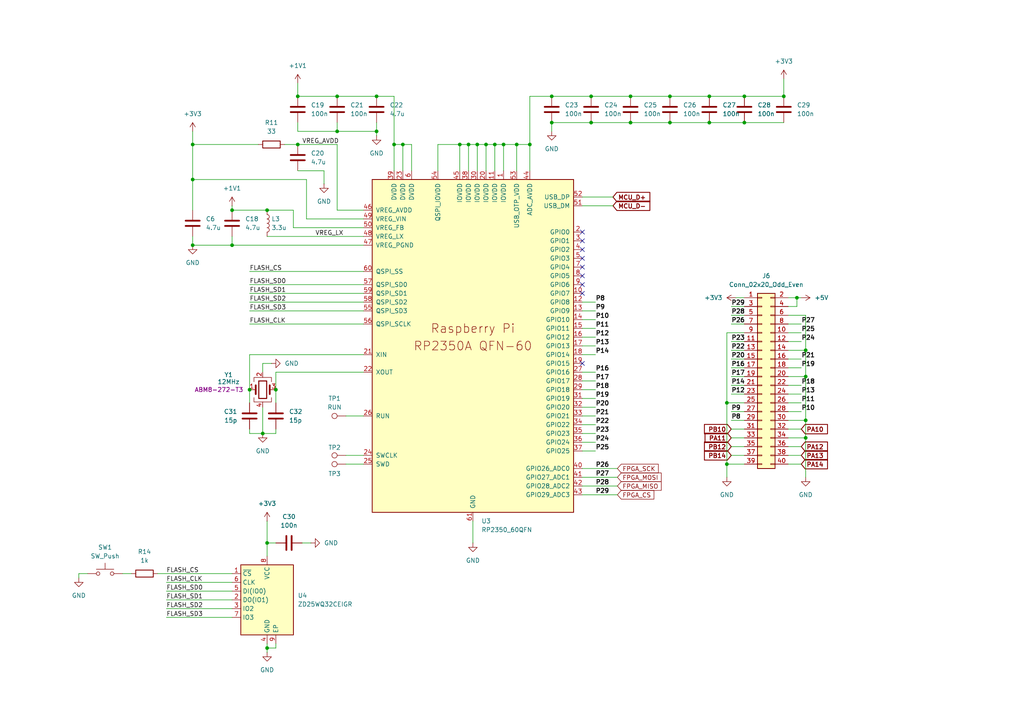
<source format=kicad_sch>
(kicad_sch (version 20250114) (generator "eeschema") (generator_version "9.0")
  (paper "A4")
  (title_block (title "CastleBox NeoPro") (date "2025-05-21") (rev "2.0"))
  (lib_symbols
    (symbol "Connector:TestPoint" (pin_numbers (hide yes)) (pin_names (offset 0.762) (hide yes))
      (property "Reference" "TP" (at 0 6.858 0))
      (property "Value" "TestPoint" (at 0 5.08 0))
      (symbol "TestPoint_0_1"
        (circle (center 0 3.302) (radius 0.762))
      )
      (symbol "TestPoint_1_1"
        (pin passive line (at 0 0 90) (length 2.54) (name "1") (number "1"))
      )
    )
    (symbol "Connector_Generic:Conn_02x20_Odd_Even" (pin_names (offset 1.016) (hide yes))
      (property "Reference" "J" (at 1.27 25.4 0))
      (property "Value" "Conn_02x20_Odd_Even" (at 1.27 -27.94 0))
      (symbol "Conn_02x20_Odd_Even_1_1"
        (rectangle (start -1.27 24.13) (end 3.81 -26.67) (stroke (width 0.254)) (fill (type background)))
        (rectangle (start -1.27 22.987) (end 0 22.733) (stroke (width 0.1524)))
        (rectangle (start -1.27 20.447) (end 0 20.193) (stroke (width 0.1524)))
        (rectangle (start -1.27 17.907) (end 0 17.653) (stroke (width 0.1524)))
        (rectangle (start -1.27 15.367) (end 0 15.113) (stroke (width 0.1524)))
        (rectangle (start -1.27 12.827) (end 0 12.573) (stroke (width 0.1524)))
        (rectangle (start -1.27 10.287) (end 0 10.033) (stroke (width 0.1524)))
        (rectangle (start -1.27 7.747) (end 0 7.493) (stroke (width 0.1524)))
        (rectangle (start -1.27 5.207) (end 0 4.953) (stroke (width 0.1524)))
        (rectangle (start -1.27 2.667) (end 0 2.413) (stroke (width 0.1524)))
        (rectangle (start -1.27 0.127) (end 0 -0.127) (stroke (width 0.1524)))
        (rectangle (start -1.27 -2.413) (end 0 -2.667) (stroke (width 0.1524)))
        (rectangle (start -1.27 -4.953) (end 0 -5.207) (stroke (width 0.1524)))
        (rectangle (start -1.27 -7.493) (end 0 -7.747) (stroke (width 0.1524)))
        (rectangle (start -1.27 -10.033) (end 0 -10.287) (stroke (width 0.1524)))
        (rectangle (start -1.27 -12.573) (end 0 -12.827) (stroke (width 0.1524)))
        (rectangle (start -1.27 -15.113) (end 0 -15.367) (stroke (width 0.1524)))
        (rectangle (start -1.27 -17.653) (end 0 -17.907) (stroke (width 0.1524)))
        (rectangle (start -1.27 -20.193) (end 0 -20.447) (stroke (width 0.1524)))
        (rectangle (start -1.27 -22.733) (end 0 -22.987) (stroke (width 0.1524)))
        (rectangle (start -1.27 -25.273) (end 0 -25.527) (stroke (width 0.1524)))
        (rectangle (start 3.81 22.987) (end 2.54 22.733) (stroke (width 0.1524)))
        (rectangle (start 3.81 20.447) (end 2.54 20.193) (stroke (width 0.1524)))
        (rectangle (start 3.81 17.907) (end 2.54 17.653) (stroke (width 0.1524)))
        (rectangle (start 3.81 15.367) (end 2.54 15.113) (stroke (width 0.1524)))
        (rectangle (start 3.81 12.827) (end 2.54 12.573) (stroke (width 0.1524)))
        (rectangle (start 3.81 10.287) (end 2.54 10.033) (stroke (width 0.1524)))
        (rectangle (start 3.81 7.747) (end 2.54 7.493) (stroke (width 0.1524)))
        (rectangle (start 3.81 5.207) (end 2.54 4.953) (stroke (width 0.1524)))
        (rectangle (start 3.81 2.667) (end 2.54 2.413) (stroke (width 0.1524)))
        (rectangle (start 3.81 0.127) (end 2.54 -0.127) (stroke (width 0.1524)))
        (rectangle (start 3.81 -2.413) (end 2.54 -2.667) (stroke (width 0.1524)))
        (rectangle (start 3.81 -4.953) (end 2.54 -5.207) (stroke (width 0.1524)))
        (rectangle (start 3.81 -7.493) (end 2.54 -7.747) (stroke (width 0.1524)))
        (rectangle (start 3.81 -10.033) (end 2.54 -10.287) (stroke (width 0.1524)))
        (rectangle (start 3.81 -12.573) (end 2.54 -12.827) (stroke (width 0.1524)))
        (rectangle (start 3.81 -15.113) (end 2.54 -15.367) (stroke (width 0.1524)))
        (rectangle (start 3.81 -17.653) (end 2.54 -17.907) (stroke (width 0.1524)))
        (rectangle (start 3.81 -20.193) (end 2.54 -20.447) (stroke (width 0.1524)))
        (rectangle (start 3.81 -22.733) (end 2.54 -22.987) (stroke (width 0.1524)))
        (rectangle (start 3.81 -25.273) (end 2.54 -25.527) (stroke (width 0.1524)))
        (pin passive line (at -5.08 22.86 0) (length 3.81) (name "Pin_1") (number "1"))
        (pin passive line (at -5.08 20.32 0) (length 3.81) (name "Pin_3") (number "3"))
        (pin passive line (at -5.08 17.78 0) (length 3.81) (name "Pin_5") (number "5"))
        (pin passive line (at -5.08 15.24 0) (length 3.81) (name "Pin_7") (number "7"))
        (pin passive line (at -5.08 12.7 0) (length 3.81) (name "Pin_9") (number "9"))
        (pin passive line (at -5.08 10.16 0) (length 3.81) (name "Pin_11") (number "11"))
        (pin passive line (at -5.08 7.62 0) (length 3.81) (name "Pin_13") (number "13"))
        (pin passive line (at -5.08 5.08 0) (length 3.81) (name "Pin_15") (number "15"))
        (pin passive line (at -5.08 2.54 0) (length 3.81) (name "Pin_17") (number "17"))
        (pin passive line (at -5.08 0 0) (length 3.81) (name "Pin_19") (number "19"))
        (pin passive line (at -5.08 -2.54 0) (length 3.81) (name "Pin_21") (number "21"))
        (pin passive line (at -5.08 -5.08 0) (length 3.81) (name "Pin_23") (number "23"))
        (pin passive line (at -5.08 -7.62 0) (length 3.81) (name "Pin_25") (number "25"))
        (pin passive line (at -5.08 -10.16 0) (length 3.81) (name "Pin_27") (number "27"))
        (pin passive line (at -5.08 -12.7 0) (length 3.81) (name "Pin_29") (number "29"))
        (pin passive line (at -5.08 -15.24 0) (length 3.81) (name "Pin_31") (number "31"))
        (pin passive line (at -5.08 -17.78 0) (length 3.81) (name "Pin_33") (number "33"))
        (pin passive line (at -5.08 -20.32 0) (length 3.81) (name "Pin_35") (number "35"))
        (pin passive line (at -5.08 -22.86 0) (length 3.81) (name "Pin_37") (number "37"))
        (pin passive line (at -5.08 -25.4 0) (length 3.81) (name "Pin_39") (number "39"))
        (pin passive line (at 7.62 22.86 180) (length 3.81) (name "Pin_2") (number "2"))
        (pin passive line (at 7.62 20.32 180) (length 3.81) (name "Pin_4") (number "4"))
        (pin passive line (at 7.62 17.78 180) (length 3.81) (name "Pin_6") (number "6"))
        (pin passive line (at 7.62 15.24 180) (length 3.81) (name "Pin_8") (number "8"))
        (pin passive line (at 7.62 12.7 180) (length 3.81) (name "Pin_10") (number "10"))
        (pin passive line (at 7.62 10.16 180) (length 3.81) (name "Pin_12") (number "12"))
        (pin passive line (at 7.62 7.62 180) (length 3.81) (name "Pin_14") (number "14"))
        (pin passive line (at 7.62 5.08 180) (length 3.81) (name "Pin_16") (number "16"))
        (pin passive line (at 7.62 2.54 180) (length 3.81) (name "Pin_18") (number "18"))
        (pin passive line (at 7.62 0 180) (length 3.81) (name "Pin_20") (number "20"))
        (pin passive line (at 7.62 -2.54 180) (length 3.81) (name "Pin_22") (number "22"))
        (pin passive line (at 7.62 -5.08 180) (length 3.81) (name "Pin_24") (number "24"))
        (pin passive line (at 7.62 -7.62 180) (length 3.81) (name "Pin_26") (number "26"))
        (pin passive line (at 7.62 -10.16 180) (length 3.81) (name "Pin_28") (number "28"))
        (pin passive line (at 7.62 -12.7 180) (length 3.81) (name "Pin_30") (number "30"))
        (pin passive line (at 7.62 -15.24 180) (length 3.81) (name "Pin_32") (number "32"))
        (pin passive line (at 7.62 -17.78 180) (length 3.81) (name "Pin_34") (number "34"))
        (pin passive line (at 7.62 -20.32 180) (length 3.81) (name "Pin_36") (number "36"))
        (pin passive line (at 7.62 -22.86 180) (length 3.81) (name "Pin_38") (number "38"))
        (pin passive line (at 7.62 -25.4 180) (length 3.81) (name "Pin_40") (number "40"))
      )
    )
    (symbol "Device:C" (pin_numbers (hide yes)) (pin_names (offset 0.254))
      (property "Reference" "C" (at 0.635 2.54 0))
      (property "Value" "C" (at 0.635 -2.54 0))
      (symbol "C_0_1"
        (polyline (pts (xy -2.032 0.762) (xy 2.032 0.762)) (stroke (width 0.508)))
        (polyline (pts (xy -2.032 -0.762) (xy 2.032 -0.762)) (stroke (width 0.508)))
      )
      (symbol "C_1_1"
        (pin passive line (at 0 3.81 270) (length 2.794) (name "~") (number "1"))
        (pin passive line (at 0 -3.81 90) (length 2.794) (name "~") (number "2"))
      )
    )
    (symbol "Device:Crystal_GND24" (pin_names (offset 1.016) (hide yes))
      (property "Reference" "Y" (at 3.175 5.08 0))
      (property "Value" "Crystal_GND24" (at 3.175 3.175 0))
      (symbol "Crystal_GND24_0_1"
        (polyline (pts (xy -2.54 2.286) (xy -2.54 3.556) (xy 2.54 3.556) (xy 2.54 2.286)))
        (polyline (pts (xy -2.54 0) (xy -2.032 0)))
        (polyline (pts (xy -2.54 -2.286) (xy -2.54 -3.556) (xy 2.54 -3.556) (xy 2.54 -2.286)))
        (polyline (pts (xy -2.032 -1.27) (xy -2.032 1.27)) (stroke (width 0.508)))
        (rectangle (start -1.143 2.54) (end 1.143 -2.54) (stroke (width 0.3048)))
        (polyline (pts (xy 0 3.556) (xy 0 3.81)))
        (polyline (pts (xy 0 -3.81) (xy 0 -3.556)))
        (polyline (pts (xy 2.032 0) (xy 2.54 0)))
        (polyline (pts (xy 2.032 -1.27) (xy 2.032 1.27)) (stroke (width 0.508)))
      )
      (symbol "Crystal_GND24_1_1"
        (pin passive line (at -3.81 0 0) (length 1.27) (name "1") (number "1"))
        (pin passive line (at 0 5.08 270) (length 1.27) (name "2") (number "2"))
        (pin passive line (at 0 -5.08 90) (length 1.27) (name "4") (number "4"))
        (pin passive line (at 3.81 0 180) (length 1.27) (name "3") (number "3"))
      )
    )
    (symbol "Device:L" (pin_numbers (hide yes)) (pin_names (offset 1.016) (hide yes))
      (property "Reference" "L" (at -1.27 0 90))
      (property "Value" "L" (at 1.905 0 90))
      (symbol "L_0_1"
        (arc (start 0 2.54) (mid 0.6323 1.905) (end 0 1.27))
        (arc (start 0 1.27) (mid 0.6323 0.635) (end 0 0))
        (arc (start 0 0) (mid 0.6323 -0.635) (end 0 -1.27))
        (arc (start 0 -1.27) (mid 0.6323 -1.905) (end 0 -2.54))
      )
      (symbol "L_1_1"
        (pin passive line (at 0 3.81 270) (length 1.27) (name "1") (number "1"))
        (pin passive line (at 0 -3.81 90) (length 1.27) (name "2") (number "2"))
      )
    )
    (symbol "Device:R" (pin_numbers (hide yes)) (pin_names (offset 0))
      (property "Reference" "R" (at 2.032 0 90))
      (property "Value" "R" (at 0 0 90))
      (symbol "R_0_1"
        (rectangle (start -1.016 -2.54) (end 1.016 2.54) (stroke (width 0.254)))
      )
      (symbol "R_1_1"
        (pin passive line (at 0 3.81 270) (length 1.27) (name "~") (number "1"))
        (pin passive line (at 0 -3.81 90) (length 1.27) (name "~") (number "2"))
      )
    )
    (symbol "MCU_RaspberryPi_RP2350:RP2350_60QFN" (pin_names (offset 1.016))
      (property "Reference" "U" (at -29.21 49.53 0))
      (property "Value" "RP2350_60QFN" (at 24.13 -49.53 0))
      (symbol "RP2350_60QFN_0_0"
        (text "Raspberry Pi" (at 0 5.08 0) (effects (font (size 2.54 2.54))))
      )
      (symbol "RP2350_60QFN_0_1"
        (rectangle (start 29.21 48.26) (end -29.21 -48.26) (stroke (width 0.254)) (fill (type background)))
      )
      (symbol "RP2350_60QFN_1_0"
        (text "RP2350A QFN-60" (at 0 0 0) (effects (font (size 2.54 2.54))))
      )
      (symbol "RP2350_60QFN_1_1"
        (pin power_in line (at -31.75 39.37 0) (length 2.54) (name "VREG_AVDD") (number "46"))
        (pin power_in line (at -31.75 36.83 0) (length 2.54) (name "VREG_VIN") (number "49"))
        (pin input line (at -31.75 34.29 0) (length 2.54) (name "VREG_FB") (number "50"))
        (pin power_out line (at -31.75 31.75 0) (length 2.54) (name "VREG_LX") (number "48"))
        (pin power_in line (at -31.75 29.21 0) (length 2.54) (name "VREG_PGND") (number "47"))
        (pin bidirectional line (at -31.75 21.59 0) (length 2.54) (name "QSPI_SS") (number "60"))
        (pin bidirectional line (at -31.75 17.78 0) (length 2.54) (name "QSPI_SD0") (number "57"))
        (pin bidirectional line (at -31.75 15.24 0) (length 2.54) (name "QSPI_SD1") (number "59"))
        (pin bidirectional line (at -31.75 12.7 0) (length 2.54) (name "QSPI_SD2") (number "58"))
        (pin bidirectional line (at -31.75 10.16 0) (length 2.54) (name "QSPI_SD3") (number "55"))
        (pin output line (at -31.75 6.35 0) (length 2.54) (name "QSPI_SCLK") (number "56"))
        (pin input line (at -31.75 -2.54 0) (length 2.54) (name "XIN") (number "21"))
        (pin passive line (at -31.75 -7.62 0) (length 2.54) (name "XOUT") (number "22"))
        (pin input line (at -31.75 -20.32 0) (length 2.54) (name "RUN") (number "26"))
        (pin output line (at -31.75 -31.75 0) (length 2.54) (name "SWCLK") (number "24"))
        (pin bidirectional line (at -31.75 -34.29 0) (length 2.54) (name "SWD") (number "25"))
        (pin power_in line (at -22.86 50.8 270) (length 2.54) (name "DVDD") (number "39"))
        (pin power_in line (at -20.32 50.8 270) (length 2.54) (name "DVDD") (number "23"))
        (pin power_in line (at -17.78 50.8 270) (length 2.54) (name "DVDD") (number "6"))
        (pin power_in line (at -10.16 50.8 270) (length 2.54) (name "QSPI_IOVDD") (number "54"))
        (pin power_in line (at -3.81 50.8 270) (length 2.54) (name "IOVDD") (number "45"))
        (pin power_in line (at -1.27 50.8 270) (length 2.54) (name "IOVDD") (number "38"))
        (pin power_in line (at 0 -50.8 90) (length 2.54) (name "GND") (number "61"))
        (pin power_in line (at 1.27 50.8 270) (length 2.54) (name "IOVDD") (number "30"))
        (pin power_in line (at 3.81 50.8 270) (length 2.54) (name "IOVDD") (number "20"))
        (pin power_in line (at 6.35 50.8 270) (length 2.54) (name "IOVDD") (number "11"))
        (pin power_in line (at 8.89 50.8 270) (length 2.54) (name "IOVDD") (number "1"))
        (pin power_in line (at 12.7 50.8 270) (length 2.54) (name "USB_OTP_VDD") (number "53"))
        (pin power_in line (at 16.51 50.8 270) (length 2.54) (name "ADC_AVDD") (number "44"))
        (pin bidirectional line (at 31.75 43.18 180) (length 2.54) (name "USB_DP") (number "52"))
        (pin bidirectional line (at 31.75 40.64 180) (length 2.54) (name "USB_DM") (number "51"))
        (pin bidirectional line (at 31.75 33.02 180) (length 2.54) (name "GPIO0") (number "2"))
        (pin bidirectional line (at 31.75 30.48 180) (length 2.54) (name "GPIO1") (number "3"))
        (pin bidirectional line (at 31.75 27.94 180) (length 2.54) (name "GPIO2") (number "4"))
        (pin bidirectional line (at 31.75 25.4 180) (length 2.54) (name "GPIO3") (number "5"))
        (pin bidirectional line (at 31.75 22.86 180) (length 2.54) (name "GPIO4") (number "7"))
        (pin bidirectional line (at 31.75 20.32 180) (length 2.54) (name "GPIO5") (number "8"))
        (pin bidirectional line (at 31.75 17.78 180) (length 2.54) (name "GPIO6") (number "9"))
        (pin bidirectional line (at 31.75 15.24 180) (length 2.54) (name "GPIO7") (number "10"))
        (pin bidirectional line (at 31.75 12.7 180) (length 2.54) (name "GPIO8") (number "12"))
        (pin bidirectional line (at 31.75 10.16 180) (length 2.54) (name "GPIO9") (number "13"))
        (pin bidirectional line (at 31.75 7.62 180) (length 2.54) (name "GPIO10") (number "14"))
        (pin bidirectional line (at 31.75 5.08 180) (length 2.54) (name "GPIO11") (number "15"))
        (pin bidirectional line (at 31.75 2.54 180) (length 2.54) (name "GPIO12") (number "16"))
        (pin bidirectional line (at 31.75 0 180) (length 2.54) (name "GPIO13") (number "17"))
        (pin bidirectional line (at 31.75 -2.54 180) (length 2.54) (name "GPIO14") (number "18"))
        (pin bidirectional line (at 31.75 -5.08 180) (length 2.54) (name "GPIO15") (number "19"))
        (pin bidirectional line (at 31.75 -7.62 180) (length 2.54) (name "GPIO16") (number "27"))
        (pin bidirectional line (at 31.75 -10.16 180) (length 2.54) (name "GPIO17") (number "28"))
        (pin bidirectional line (at 31.75 -12.7 180) (length 2.54) (name "GPIO18") (number "29"))
        (pin bidirectional line (at 31.75 -15.24 180) (length 2.54) (name "GPIO19") (number "31"))
        (pin bidirectional line (at 31.75 -17.78 180) (length 2.54) (name "GPIO20") (number "32"))
        (pin bidirectional line (at 31.75 -20.32 180) (length 2.54) (name "GPIO21") (number "33"))
        (pin bidirectional line (at 31.75 -22.86 180) (length 2.54) (name "GPIO22") (number "34"))
        (pin bidirectional line (at 31.75 -25.4 180) (length 2.54) (name "GPIO23") (number "35"))
        (pin bidirectional line (at 31.75 -27.94 180) (length 2.54) (name "GPIO24") (number "36"))
        (pin bidirectional line (at 31.75 -30.48 180) (length 2.54) (name "GPIO25") (number "37"))
        (pin bidirectional line (at 31.75 -35.56 180) (length 2.54) (name "GPIO26_ADC0") (number "40"))
        (pin bidirectional line (at 31.75 -38.1 180) (length 2.54) (name "GPIO27_ADC1") (number "41"))
        (pin bidirectional line (at 31.75 -40.64 180) (length 2.54) (name "GPIO28_ADC2") (number "42"))
        (pin bidirectional line (at 31.75 -43.18 180) (length 2.54) (name "GPIO29_ADC3") (number "43"))
      )
    )
    (symbol "Memory_Flash:W25Q32JVZP"
      (property "Reference" "U" (at -6.35 11.43 0))
      (property "Value" "W25Q32JVZP" (at 7.62 11.43 0))
      (symbol "W25Q32JVZP_0_1"
        (rectangle (start -7.62 10.16) (end 7.62 -10.16) (stroke (width 0.254)) (fill (type background)))
      )
      (symbol "W25Q32JVZP_1_1"
        (pin input line (at -10.16 7.62 0) (length 2.54) (name "~{CS}") (number "1"))
        (pin input line (at -10.16 5.08 0) (length 2.54) (name "CLK") (number "6"))
        (pin bidirectional line (at -10.16 2.54 0) (length 2.54) (name "DI(IO0)") (number "5"))
        (pin bidirectional line (at -10.16 0 0) (length 2.54) (name "DO(IO1)") (number "2"))
        (pin bidirectional line (at -10.16 -2.54 0) (length 2.54) (name "IO2") (number "3"))
        (pin bidirectional line (at -10.16 -5.08 0) (length 2.54) (name "IO3") (number "7"))
        (pin power_in line (at 0 12.7 270) (length 2.54) (name "VCC") (number "8"))
        (pin power_in line (at 0 -12.7 90) (length 2.54) (name "GND") (number "4"))
        (pin passive line (at 2.54 -12.7 90) (length 2.54) (name "EP") (number "9"))
      )
    )
    (symbol "Switch:SW_Push" (pin_numbers (hide yes)) (pin_names (offset 1.016) (hide yes))
      (property "Reference" "SW" (at 1.27 2.54 0))
      (property "Value" "SW_Push" (at 0 -1.524 0))
      (symbol "SW_Push_0_1"
        (circle (center -2.032 0) (radius 0.508))
        (polyline (pts (xy 0 1.27) (xy 0 3.048)))
        (circle (center 2.032 0) (radius 0.508))
        (polyline (pts (xy 2.54 1.27) (xy -2.54 1.27)))
        (pin passive line (at -5.08 0 0) (length 2.54) (name "1") (number "1"))
        (pin passive line (at 5.08 0 180) (length 2.54) (name "2") (number "2"))
      )
    )
    (symbol "power:+1V1" (power) (pin_numbers (hide yes)) (pin_names (offset 0) (hide yes))
      (property "Value" "+1V1" (at 0 3.556 0))
      (symbol "+1V1_0_1"
        (polyline (pts (xy -0.762 1.27) (xy 0 2.54)))
        (polyline (pts (xy 0 2.54) (xy 0.762 1.27)))
        (polyline (pts (xy 0 0) (xy 0 2.54)))
      )
      (symbol "+1V1_1_1"
        (pin power_in line (at 0 0 90) (length 0) (name "~") (number "1"))
      )
    )
    (symbol "power:+3V3" (power) (pin_numbers (hide yes)) (pin_names (offset 0) (hide yes))
      (property "Value" "+3V3" (at 0 3.556 0))
      (symbol "+3V3_0_1"
        (polyline (pts (xy -0.762 1.27) (xy 0 2.54)))
        (polyline (pts (xy 0 2.54) (xy 0.762 1.27)))
        (polyline (pts (xy 0 0) (xy 0 2.54)))
      )
      (symbol "+3V3_1_1"
        (pin power_in line (at 0 0 90) (length 0) (name "~") (number "1"))
      )
    )
    (symbol "power:+5V" (power) (pin_numbers (hide yes)) (pin_names (offset 0) (hide yes))
      (property "Value" "+5V" (at 0 3.556 0))
      (symbol "+5V_0_1"
        (polyline (pts (xy -0.762 1.27) (xy 0 2.54)))
        (polyline (pts (xy 0 2.54) (xy 0.762 1.27)))
        (polyline (pts (xy 0 0) (xy 0 2.54)))
      )
      (symbol "+5V_1_1"
        (pin power_in line (at 0 0 90) (length 0) (name "~") (number "1"))
      )
    )
    (symbol "power:GND" (power) (pin_numbers (hide yes)) (pin_names (offset 0) (hide yes))
      (property "Value" "GND" (at 0 -3.81 0))
      (symbol "GND_0_1"
        (polyline (pts (xy 0 0) (xy 0 -1.27) (xy 1.27 -1.27) (xy 0 -2.54) (xy -1.27 -1.27) (xy 0 -1.27)))
      )
      (symbol "GND_1_1"
        (pin power_in line (at 0 0 270) (length 0) (name "~") (number "1"))
      )
    )
  )
  (junction (at 138.43 41.91))
  (junction (at 86.36 41.91))
  (junction (at 67.31 60.96))
  (junction (at 140.97 41.91))
  (junction (at 109.22 38.1))
  (junction (at 210.82 134.62))
  (junction (at 233.68 109.22))
  (junction (at 55.88 71.12))
  (junction (at 149.86 41.91))
  (junction (at 80.01 113.03))
  (junction (at 77.47 157.48))
  (junction (at 182.88 27.94))
  (junction (at 215.9 35.56))
  (junction (at 227.33 27.94))
  (junction (at 182.88 35.56))
  (junction (at 97.79 27.94))
  (junction (at 194.31 35.56))
  (junction (at 55.88 52.07))
  (junction (at 77.47 187.96))
  (junction (at 146.05 41.91))
  (junction (at 205.74 35.56))
  (junction (at 67.31 71.12))
  (junction (at 97.79 38.1))
  (junction (at 86.36 27.94))
  (junction (at 160.02 27.94))
  (junction (at 135.89 41.91))
  (junction (at 171.45 27.94))
  (junction (at 171.45 35.56))
  (junction (at 194.31 27.94))
  (junction (at 233.68 127))
  (junction (at 143.51 41.91))
  (junction (at 72.39 113.03))
  (junction (at 133.35 41.91))
  (junction (at 153.67 41.91))
  (junction (at 233.68 121.92))
  (junction (at 77.47 60.96))
  (junction (at 55.88 41.91))
  (junction (at 231.14 86.36))
  (junction (at 76.2 125.73))
  (junction (at 116.84 41.91))
  (junction (at 205.74 27.94))
  (junction (at 114.3 41.91))
  (junction (at 210.82 116.84))
  (junction (at 109.22 27.94))
  (junction (at 233.68 101.6))
  (junction (at 160.02 35.56))
  (junction (at 215.9 27.94))
  (no_connect (at 168.91 74.93))
  (no_connect (at 168.91 67.31))
  (no_connect (at 168.91 82.55))
  (no_connect (at 168.91 85.09))
  (no_connect (at 168.91 80.01))
  (no_connect (at 168.91 72.39))
  (no_connect (at 168.91 69.85))
  (no_connect (at 168.91 77.47))
  (no_connect (at 168.91 105.41))
  (wire (pts (xy 86.36 24.13) (xy 86.36 27.94)))
  (wire (pts (xy 127 41.91) (xy 133.35 41.91)))
  (wire (pts (xy 100.33 134.62) (xy 105.41 134.62)))
  (wire (pts (xy 205.74 35.56) (xy 215.9 35.56)))
  (wire (pts (xy 97.79 41.91) (xy 86.36 41.91)))
  (wire (pts (xy 48.26 171.45) (xy 67.31 171.45)))
  (wire (pts (xy 88.9 52.07) (xy 88.9 63.5)))
  (wire (pts (xy 72.39 87.63) (xy 105.41 87.63)))
  (wire (pts (xy 119.38 41.91) (xy 116.84 41.91)))
  (wire (pts (xy 212.09 119.38) (xy 215.9 119.38)))
  (wire (pts (xy 135.89 41.91) (xy 138.43 41.91)))
  (wire (pts (xy 146.05 41.91) (xy 146.05 49.53)))
  (wire (pts (xy 171.45 27.94) (xy 160.02 27.94)))
  (wire (pts (xy 172.72 115.57) (xy 168.91 115.57)))
  (wire (pts (xy 55.88 41.91) (xy 55.88 52.07)))
  (wire (pts (xy 212.09 124.46) (xy 215.9 124.46)))
  (wire (pts (xy 76.2 118.11) (xy 76.2 125.73)))
  (wire (pts (xy 143.51 41.91) (xy 146.05 41.91)))
  (wire (pts (xy 228.6 121.92) (xy 233.68 121.92)))
  (wire (pts (xy 85.09 60.96) (xy 85.09 66.04)))
  (wire (pts (xy 97.79 60.96) (xy 97.79 41.91)))
  (wire (pts (xy 233.68 91.44) (xy 233.68 101.6)))
  (wire (pts (xy 105.41 60.96) (xy 97.79 60.96)))
  (wire (pts (xy 140.97 41.91) (xy 143.51 41.91)))
  (wire (pts (xy 93.98 53.34) (xy 93.98 49.53)))
  (wire (pts (xy 233.68 109.22) (xy 233.68 121.92)))
  (wire (pts (xy 48.26 173.99) (xy 67.31 173.99)))
  (wire (pts (xy 172.72 92.71) (xy 168.91 92.71)))
  (wire (pts (xy 227.33 27.94) (xy 215.9 27.94)))
  (wire (pts (xy 55.88 71.12) (xy 55.88 68.58)))
  (wire (pts (xy 153.67 41.91) (xy 153.67 49.53)))
  (wire (pts (xy 212.09 104.14) (xy 215.9 104.14)))
  (wire (pts (xy 171.45 35.56) (xy 182.88 35.56)))
  (wire (pts (xy 67.31 71.12) (xy 55.88 71.12)))
  (wire (pts (xy 212.09 99.06) (xy 215.9 99.06)))
  (wire (pts (xy 212.09 93.98) (xy 215.9 93.98)))
  (wire (pts (xy 80.01 186.69) (xy 80.01 187.96)))
  (wire (pts (xy 210.82 116.84) (xy 210.82 96.52)))
  (wire (pts (xy 210.82 96.52) (xy 215.9 96.52)))
  (wire (pts (xy 212.09 88.9) (xy 215.9 88.9)))
  (wire (pts (xy 172.72 97.79) (xy 168.91 97.79)))
  (wire (pts (xy 212.09 91.44) (xy 215.9 91.44)))
  (wire (pts (xy 172.72 125.73) (xy 168.91 125.73)))
  (wire (pts (xy 55.88 52.07) (xy 88.9 52.07)))
  (wire (pts (xy 205.74 27.94) (xy 194.31 27.94)))
  (wire (pts (xy 48.26 168.91) (xy 67.31 168.91)))
  (wire (pts (xy 80.01 125.73) (xy 76.2 125.73)))
  (wire (pts (xy 138.43 41.91) (xy 138.43 49.53)))
  (wire (pts (xy 228.6 124.46) (xy 232.41 124.46)))
  (wire (pts (xy 228.6 101.6) (xy 233.68 101.6)))
  (wire (pts (xy 114.3 41.91) (xy 114.3 27.94)))
  (wire (pts (xy 228.6 91.44) (xy 233.68 91.44)))
  (wire (pts (xy 210.82 138.43) (xy 210.82 134.62)))
  (wire (pts (xy 212.09 109.22) (xy 215.9 109.22)))
  (wire (pts (xy 114.3 27.94) (xy 109.22 27.94)))
  (wire (pts (xy 25.4 166.37) (xy 22.86 166.37)))
  (wire (pts (xy 100.33 132.08) (xy 105.41 132.08)))
  (wire (pts (xy 212.09 111.76) (xy 215.9 111.76)))
  (wire (pts (xy 67.31 68.58) (xy 67.31 71.12)))
  (wire (pts (xy 82.55 41.91) (xy 86.36 41.91)))
  (wire (pts (xy 133.35 41.91) (xy 135.89 41.91)))
  (wire (pts (xy 212.09 129.54) (xy 215.9 129.54)))
  (wire (pts (xy 109.22 27.94) (xy 97.79 27.94)))
  (wire (pts (xy 97.79 38.1) (xy 109.22 38.1)))
  (wire (pts (xy 231.14 88.9) (xy 231.14 86.36)))
  (wire (pts (xy 233.68 127) (xy 233.68 138.43)))
  (wire (pts (xy 212.09 121.92) (xy 215.9 121.92)))
  (wire (pts (xy 72.39 113.03) (xy 72.39 116.84)))
  (wire (pts (xy 45.72 166.37) (xy 67.31 166.37)))
  (wire (pts (xy 210.82 116.84) (xy 215.9 116.84)))
  (wire (pts (xy 135.89 41.91) (xy 135.89 49.53)))
  (wire (pts (xy 182.88 27.94) (xy 171.45 27.94)))
  (wire (pts (xy 72.39 125.73) (xy 76.2 125.73)))
  (wire (pts (xy 160.02 27.94) (xy 153.67 27.94)))
  (wire (pts (xy 215.9 35.56) (xy 227.33 35.56)))
  (wire (pts (xy 228.6 127) (xy 233.68 127)))
  (wire (pts (xy 146.05 41.91) (xy 149.86 41.91)))
  (wire (pts (xy 116.84 49.53) (xy 116.84 41.91)))
  (wire (pts (xy 72.39 78.74) (xy 105.41 78.74)))
  (wire (pts (xy 119.38 49.53) (xy 119.38 41.91)))
  (wire (pts (xy 172.72 118.11) (xy 168.91 118.11)))
  (wire (pts (xy 215.9 27.94) (xy 205.74 27.94)))
  (wire (pts (xy 168.91 140.97) (xy 179.07 140.97)))
  (wire (pts (xy 48.26 176.53) (xy 67.31 176.53)))
  (wire (pts (xy 228.6 86.36) (xy 231.14 86.36)))
  (wire (pts (xy 105.41 63.5) (xy 88.9 63.5)))
  (wire (pts (xy 182.88 35.56) (xy 194.31 35.56)))
  (wire (pts (xy 172.72 90.17) (xy 168.91 90.17)))
  (wire (pts (xy 233.68 121.92) (xy 233.68 127)))
  (wire (pts (xy 228.6 99.06) (xy 232.41 99.06)))
  (wire (pts (xy 80.01 124.46) (xy 80.01 125.73)))
  (wire (pts (xy 168.91 59.69) (xy 177.8 59.69)))
  (wire (pts (xy 228.6 132.08) (xy 232.41 132.08)))
  (wire (pts (xy 172.72 107.95) (xy 168.91 107.95)))
  (wire (pts (xy 72.39 93.98) (xy 105.41 93.98)))
  (wire (pts (xy 22.86 166.37) (xy 22.86 167.64)))
  (wire (pts (xy 133.35 41.91) (xy 133.35 49.53)))
  (wire (pts (xy 172.72 102.87) (xy 168.91 102.87)))
  (wire (pts (xy 77.47 60.96) (xy 85.09 60.96)))
  (wire (pts (xy 228.6 111.76) (xy 232.41 111.76)))
  (wire (pts (xy 140.97 41.91) (xy 140.97 49.53)))
  (wire (pts (xy 48.26 179.07) (xy 67.31 179.07)))
  (wire (pts (xy 168.91 57.15) (xy 177.8 57.15)))
  (wire (pts (xy 105.41 107.95) (xy 80.01 107.95)))
  (wire (pts (xy 210.82 134.62) (xy 215.9 134.62)))
  (wire (pts (xy 143.51 41.91) (xy 143.51 49.53)))
  (wire (pts (xy 212.09 101.6) (xy 215.9 101.6)))
  (wire (pts (xy 77.47 68.58) (xy 105.41 68.58)))
  (wire (pts (xy 168.91 135.89) (xy 179.07 135.89)))
  (wire (pts (xy 77.47 151.13) (xy 77.47 157.48)))
  (wire (pts (xy 97.79 35.56) (xy 97.79 38.1)))
  (wire (pts (xy 137.16 151.13) (xy 137.16 157.48)))
  (wire (pts (xy 55.88 52.07) (xy 55.88 60.96)))
  (wire (pts (xy 172.72 130.81) (xy 168.91 130.81)))
  (wire (pts (xy 109.22 38.1) (xy 109.22 39.37)))
  (wire (pts (xy 138.43 41.91) (xy 140.97 41.91)))
  (wire (pts (xy 55.88 41.91) (xy 55.88 38.1)))
  (wire (pts (xy 105.41 102.87) (xy 72.39 102.87)))
  (wire (pts (xy 72.39 90.17) (xy 105.41 90.17)))
  (wire (pts (xy 168.91 138.43) (xy 179.07 138.43)))
  (wire (pts (xy 72.39 85.09) (xy 105.41 85.09)))
  (wire (pts (xy 228.6 106.68) (xy 232.41 106.68)))
  (wire (pts (xy 168.91 143.51) (xy 179.07 143.51)))
  (wire (pts (xy 74.93 41.91) (xy 55.88 41.91)))
  (wire (pts (xy 77.47 186.69) (xy 77.47 187.96)))
  (wire (pts (xy 228.6 114.3) (xy 232.41 114.3)))
  (wire (pts (xy 228.6 96.52) (xy 232.41 96.52)))
  (wire (pts (xy 93.98 49.53) (xy 86.36 49.53)))
  (wire (pts (xy 213.36 86.36) (xy 215.9 86.36)))
  (wire (pts (xy 228.6 116.84) (xy 232.41 116.84)))
  (wire (pts (xy 160.02 35.56) (xy 171.45 35.56)))
  (wire (pts (xy 172.72 95.25) (xy 168.91 95.25)))
  (wire (pts (xy 172.72 100.33) (xy 168.91 100.33)))
  (wire (pts (xy 67.31 60.96) (xy 77.47 60.96)))
  (wire (pts (xy 212.09 106.68) (xy 215.9 106.68)))
  (wire (pts (xy 105.41 71.12) (xy 67.31 71.12)))
  (wire (pts (xy 228.6 119.38) (xy 232.41 119.38)))
  (wire (pts (xy 87.63 157.48) (xy 90.17 157.48)))
  (wire (pts (xy 80.01 107.95) (xy 80.01 113.03)))
  (wire (pts (xy 212.09 132.08) (xy 215.9 132.08)))
  (wire (pts (xy 231.14 86.36) (xy 232.41 86.36)))
  (wire (pts (xy 109.22 35.56) (xy 109.22 38.1)))
  (wire (pts (xy 172.72 87.63) (xy 168.91 87.63)))
  (wire (pts (xy 72.39 102.87) (xy 72.39 113.03)))
  (wire (pts (xy 80.01 187.96) (xy 77.47 187.96)))
  (wire (pts (xy 194.31 35.56) (xy 205.74 35.56)))
  (wire (pts (xy 149.86 41.91) (xy 153.67 41.91)))
  (wire (pts (xy 86.36 35.56) (xy 86.36 38.1)))
  (wire (pts (xy 212.09 114.3) (xy 215.9 114.3)))
  (wire (pts (xy 172.72 113.03) (xy 168.91 113.03)))
  (wire (pts (xy 77.47 187.96) (xy 77.47 189.23)))
  (wire (pts (xy 67.31 59.69) (xy 67.31 60.96)))
  (wire (pts (xy 172.72 128.27) (xy 168.91 128.27)))
  (wire (pts (xy 227.33 22.86) (xy 227.33 27.94)))
  (wire (pts (xy 100.33 120.65) (xy 105.41 120.65)))
  (wire (pts (xy 77.47 157.48) (xy 77.47 161.29)))
  (wire (pts (xy 97.79 27.94) (xy 86.36 27.94)))
  (wire (pts (xy 72.39 82.55) (xy 105.41 82.55)))
  (wire (pts (xy 127 49.53) (xy 127 41.91)))
  (wire (pts (xy 86.36 38.1) (xy 97.79 38.1)))
  (wire (pts (xy 35.56 166.37) (xy 38.1 166.37)))
  (wire (pts (xy 172.72 120.65) (xy 168.91 120.65)))
  (wire (pts (xy 172.72 123.19) (xy 168.91 123.19)))
  (wire (pts (xy 228.6 93.98) (xy 232.41 93.98)))
  (wire (pts (xy 210.82 134.62) (xy 210.82 116.84)))
  (wire (pts (xy 228.6 88.9) (xy 231.14 88.9)))
  (wire (pts (xy 72.39 124.46) (xy 72.39 125.73)))
  (wire (pts (xy 160.02 35.56) (xy 160.02 38.1)))
  (wire (pts (xy 80.01 113.03) (xy 80.01 116.84)))
  (wire (pts (xy 80.01 157.48) (xy 77.47 157.48)))
  (wire (pts (xy 78.74 105.41) (xy 76.2 105.41)))
  (wire (pts (xy 228.6 104.14) (xy 232.41 104.14)))
  (wire (pts (xy 228.6 129.54) (xy 232.41 129.54)))
  (wire (pts (xy 172.72 110.49) (xy 168.91 110.49)))
  (wire (pts (xy 228.6 134.62) (xy 232.41 134.62)))
  (wire (pts (xy 76.2 105.41) (xy 76.2 107.95)))
  (wire (pts (xy 228.6 109.22) (xy 233.68 109.22)))
  (wire (pts (xy 149.86 41.91) (xy 149.86 49.53)))
  (wire (pts (xy 114.3 49.53) (xy 114.3 41.91)))
  (wire (pts (xy 85.09 66.04) (xy 105.41 66.04)))
  (wire (pts (xy 212.09 127) (xy 215.9 127)))
  (wire (pts (xy 233.68 101.6) (xy 233.68 109.22)))
  (wire (pts (xy 116.84 41.91) (xy 114.3 41.91)))
  (wire (pts (xy 194.31 27.94) (xy 182.88 27.94)))
  (wire (pts (xy 153.67 27.94) (xy 153.67 41.91)))
  (label "FLASH_SD1" (at 72.39 85.09 0))
  (label "FLASH_SD1" (at 48.26 173.99 0))
  (label "P9" (at 172.72 90.17 0) (effects (font (thickness 0.254) (bold yes))))
  (label "P8" (at 212.09 121.92 0) (effects (font (thickness 0.254) (bold yes))))
  (label "P22" (at 172.72 123.19 0) (effects (font (thickness 0.254) (bold yes))))
  (label "P12" (at 212.09 114.3 0) (effects (font (thickness 0.254) (bold yes))))
  (label "P11" (at 172.72 95.25 0) (effects (font (thickness 0.254) (bold yes))))
  (label "P25" (at 232.41 96.52 0) (effects (font (thickness 0.254) (bold yes))))
  (label "FLASH_CLK" (at 72.39 93.98 0))
  (label "P27" (at 232.41 93.98 0) (effects (font (thickness 0.254) (bold yes))))
  (label "P23" (at 172.72 125.73 0) (effects (font (thickness 0.254) (bold yes))))
  (label "P24" (at 232.41 99.06 0) (effects (font (thickness 0.254) (bold yes))))
  (label "P14" (at 212.09 111.76 0) (effects (font (thickness 0.254) (bold yes))))
  (label "P11" (at 232.41 116.84 0) (effects (font (thickness 0.254) (bold yes))))
  (label "P29" (at 172.72 143.51 0) (effects (font (thickness 0.254) (bold yes))))
  (label "FLASH_CS" (at 72.39 78.74 0))
  (label "P20" (at 212.09 104.14 0) (effects (font (thickness 0.254) (bold yes))))
  (label "P8" (at 172.72 87.63 0) (effects (font (thickness 0.254) (bold yes))))
  (label "P22" (at 212.09 101.6 0) (effects (font (thickness 0.254) (bold yes))))
  (label "P18" (at 232.41 111.76 0) (effects (font (thickness 0.254) (bold yes))))
  (label "P9" (at 212.09 119.38 0) (effects (font (thickness 0.254) (bold yes))))
  (label "P14" (at 172.72 102.87 0) (effects (font (thickness 0.254) (bold yes))))
  (label "P24" (at 172.72 128.27 0) (effects (font (thickness 0.254) (bold yes))))
  (label "P28" (at 212.09 91.44 0) (effects (font (thickness 0.254) (bold yes))))
  (label "VREG_LX" (at 91.44 68.58 0))
  (label "P12" (at 172.72 97.79 0) (effects (font (thickness 0.254) (bold yes))))
  (label "P18" (at 172.72 113.03 0) (effects (font (thickness 0.254) (bold yes))))
  (label "P27" (at 172.72 138.43 0) (effects (font (thickness 0.254) (bold yes))))
  (label "FLASH_SD0" (at 48.26 171.45 0))
  (label "FLASH_SD2" (at 48.26 176.53 0))
  (label "P10" (at 232.41 119.38 0) (effects (font (thickness 0.254) (bold yes))))
  (label "P17" (at 172.72 110.49 0) (effects (font (thickness 0.254) (bold yes))))
  (label "P26" (at 212.09 93.98 0) (effects (font (thickness 0.254) (bold yes))))
  (label "P29" (at 212.09 88.9 0) (effects (font (thickness 0.254) (bold yes))))
  (label "P13" (at 232.41 114.3 0) (effects (font (thickness 0.254) (bold yes))))
  (label "FLASH_CLK" (at 48.26 168.91 0))
  (label "P21" (at 232.41 104.14 0) (effects (font (thickness 0.254) (bold yes))))
  (label "P28" (at 172.72 140.97 0) (effects (font (thickness 0.254) (bold yes))))
  (label "FLASH_SD2" (at 72.39 87.63 0))
  (label "P23" (at 212.09 99.06 0) (effects (font (thickness 0.254) (bold yes))))
  (label "P21" (at 172.72 120.65 0) (effects (font (thickness 0.254) (bold yes))))
  (label "P20" (at 172.72 118.11 0) (effects (font (thickness 0.254) (bold yes))))
  (label "P13" (at 172.72 100.33 0) (effects (font (thickness 0.254) (bold yes))))
  (label "P17" (at 212.09 109.22 0) (effects (font (thickness 0.254) (bold yes))))
  (label "P26" (at 172.72 135.89 0) (effects (font (thickness 0.254) (bold yes))))
  (label "P19" (at 172.72 115.57 0) (effects (font (thickness 0.254) (bold yes))))
  (label "P16" (at 172.72 107.95 0) (effects (font (thickness 0.254) (bold yes))))
  (label "P19" (at 232.41 106.68 0) (effects (font (thickness 0.254) (bold yes))))
  (label "FLASH_SD3" (at 72.39 90.17 0))
  (label "P10" (at 172.72 92.71 0) (effects (font (thickness 0.254) (bold yes))))
  (label "VREG_AVDD" (at 87.63 41.91 0))
  (label "FLASH_SD3" (at 48.26 179.07 0))
  (label "FLASH_CS" (at 48.26 166.37 0))
  (label "FLASH_SD0" (at 72.39 82.55 0))
  (label "P16" (at 212.09 106.68 0) (effects (font (thickness 0.254) (bold yes))))
  (label "P25" (at 172.72 130.81 0) (effects (font (thickness 0.254) (bold yes))))
  (global_label "FPGA_SCK" (shape input) (at 179.07 135.89 0) (property "Intersheetrefs" "${INTERSHEET_REFS}" (effects (hide yes))))
  (global_label "MCU_D+" (shape input) (at 177.8 57.15 0) (effects (font (thickness 0.254) (bold yes))) (property "Intersheetrefs" "${INTERSHEET_REFS}" (effects (hide yes))))
  (global_label "FPGA_MISO" (shape input) (at 179.07 140.97 0) (property "Intersheetrefs" "${INTERSHEET_REFS}" (effects (hide yes))))
  (global_label "PA14" (shape input) (at 232.41 134.62 0) (effects (font (thickness 0.254) (bold yes))) (property "Intersheetrefs" "${INTERSHEET_REFS}" (effects (hide yes))))
  (global_label "FPGA_CS" (shape input) (at 179.07 143.51 0) (property "Intersheetrefs" "${INTERSHEET_REFS}" (effects (hide yes))))
  (global_label "PA12" (shape input) (at 232.41 129.54 0) (effects (font (thickness 0.254) (bold yes))) (property "Intersheetrefs" "${INTERSHEET_REFS}" (effects (hide yes))))
  (global_label "PA10" (shape input) (at 232.41 124.46 0) (effects (font (thickness 0.254) (bold yes))) (property "Intersheetrefs" "${INTERSHEET_REFS}" (effects (hide yes))))
  (global_label "FPGA_MOSI" (shape input) (at 179.07 138.43 0) (property "Intersheetrefs" "${INTERSHEET_REFS}" (effects (hide yes))))
  (global_label "MCU_D-" (shape input) (at 177.8 59.69 0) (effects (font (thickness 0.254) (bold yes))) (property "Intersheetrefs" "${INTERSHEET_REFS}" (effects (hide yes))))
  (global_label "PB10" (shape input) (at 212.09 124.46 180) (effects (font (thickness 0.254) (bold yes))) (property "Intersheetrefs" "${INTERSHEET_REFS}" (effects (hide yes))))
  (global_label "PA13" (shape input) (at 232.41 132.08 0) (effects (font (thickness 0.254) (bold yes))) (property "Intersheetrefs" "${INTERSHEET_REFS}" (effects (hide yes))))
  (global_label "PB14" (shape input) (at 212.09 132.08 180) (effects (font (thickness 0.254) (bold yes))) (property "Intersheetrefs" "${INTERSHEET_REFS}" (effects (hide yes))))
  (global_label "PB12" (shape input) (at 212.09 129.54 180) (effects (font (thickness 0.254) (bold yes))) (property "Intersheetrefs" "${INTERSHEET_REFS}" (effects (hide yes))))
  (global_label "PA11" (shape input) (at 212.09 127 180) (effects (font (thickness 0.254) (bold yes))) (property "Intersheetrefs" "${INTERSHEET_REFS}" (effects (hide yes))))
  (symbol (lib_id "power:+3V3") (at 55.88 38.1 0) (unit 1)
    (property "Reference" "#PWR021" (effects (hide yes)))
    (property "Value" "+3V3" (at 55.88 33.02 0))
    (property "Description" "Power symbol creates a global label with name \"+3V3\"" (effects (hide yes)))
  )
  (symbol (lib_id "power:+3V3") (at 227.33 22.86 0) (unit 1)
    (property "Reference" "#PWR028" (effects (hide yes)))
    (property "Value" "+3V3" (at 227.33 17.78 0))
    (property "Description" "Power symbol creates a global label with name \"+3V3\"" (effects (hide yes)))
  )
  (symbol (lib_id "Device:C") (at 182.88 31.75 0) (unit 1)
    (property "Reference" "C25" (at 186.69 30.4799 0) (effects (justify left)))
    (property "Value" "100n" (at 186.69 33.0199 0) (effects (justify left)))
    (property "Footprint" "Capacitor_SMD:C_0402_1005Metric" (effects (hide yes)))
    (property "Description" "Unpolarized capacitor" (effects (hide yes)))
  )
  (symbol (lib_id "power:GND") (at 93.98 53.34 0) (unit 1)
    (property "Reference" "#PWR025" (effects (hide yes)))
    (property "Value" "GND" (at 93.98 58.42 0))
    (property "Description" "Power symbol creates a global label with name \"GND\" , ground" (effects (hide yes)))
  )
  (symbol (lib_id "Device:C") (at 80.01 120.65 0) (unit 1)
    (property "Reference" "C32" (at 83.82 119.3799 0) (effects (justify left)))
    (property "Value" "15p" (at 83.82 121.9199 0) (effects (justify left)))
    (property "Footprint" "Capacitor_SMD:C_0402_1005Metric" (effects (hide yes)))
    (property "Description" "Unpolarized capacitor" (effects (hide yes)))
  )
  (symbol (lib_id "power:+1V1") (at 67.31 59.69 0) (unit 1)
    (property "Reference" "#PWR023" (effects (hide yes)))
    (property "Value" "+1V1" (at 67.31 54.61 0))
    (property "Description" "Power symbol creates a global label with name \"+1V1\"" (effects (hide yes)))
  )
  (symbol (lib_id "Device:R") (at 41.91 166.37 90) (unit 1)
    (property "Reference" "R14" (at 41.91 160.02 90))
    (property "Value" "1k" (at 41.91 162.56 90))
    (property "Footprint" "Resistor_SMD:R_0402_1005Metric" (effects (hide yes)))
    (property "Description" "Resistor" (effects (hide yes)))
  )
  (symbol (lib_id "Connector:TestPoint") (at 100.33 120.65 90) (unit 1)
    (property "Reference" "TP1" (at 97.028 115.57 90))
    (property "Value" "RUN" (at 97.028 118.11 90))
    (property "Footprint" "TestPoint:TestPoint_Pad_D1.0mm" (effects (hide yes)))
    (property "Description" "test point" (effects (hide yes)))
  )
  (symbol (lib_id "power:+3V3") (at 77.47 151.13 0) (unit 1)
    (property "Reference" "#PWR030" (effects (hide yes)))
    (property "Value" "+3V3" (at 77.47 146.05 0))
    (property "Description" "Power symbol creates a global label with name \"+3V3\"" (effects (hide yes)))
  )
  (symbol (lib_id "Device:C") (at 86.36 31.75 0) (unit 1)
    (property "Reference" "C19" (at 90.17 30.4799 0) (effects (justify left)))
    (property "Value" "100n" (at 90.17 33.0199 0) (effects (justify left)))
    (property "Footprint" "Capacitor_SMD:C_0402_1005Metric" (effects (hide yes)))
    (property "Description" "Unpolarized capacitor" (effects (hide yes)))
  )
  (symbol (lib_id "Device:C") (at 227.33 31.75 0) (unit 1)
    (property "Reference" "C29" (at 231.14 30.4799 0) (effects (justify left)))
    (property "Value" "100n" (at 231.14 33.0199 0) (effects (justify left)))
    (property "Footprint" "Capacitor_SMD:C_0402_1005Metric" (effects (hide yes)))
    (property "Description" "Unpolarized capacitor" (effects (hide yes)))
  )
  (symbol (lib_id "Device:L") (at 77.47 64.77 0) (unit 1)
    (property "Reference" "L3" (at 78.74 63.4999 0) (effects (justify left)))
    (property "Value" "3.3u" (at 78.74 66.0399 0) (effects (justify left)))
    (property "Footprint" "RP2350_60QFN_minimal:L_pol_2016" (effects (hide yes)))
    (property "Description" "Inductor" (effects (hide yes)))
  )
  (symbol (lib_id "Device:Crystal_GND24") (at 76.2 113.03 0) (unit 1)
    (property "Reference" "Y1" (at 66.294 108.712 0))
    (property "Value" "12MHz" (at 66.294 110.744 0))
    (property "Footprint" "Crystal:Crystal_SMD_3225-4Pin_3.2x2.5mm" (effects (hide yes)))
    (property "Description" "Four pin crystal, GND on pins 2 and 4" (effects (hide yes)))
    (property "Descriptive BOM Name" "ABM8-272-T3" (at 63.5 113.03 0))
  )
  (symbol (lib_id "Connector:TestPoint") (at 100.33 132.08 90) (unit 1)
    (property "Reference" "TP2" (at 97.028 129.794 90))
    (property "Value" "TestPoint" (effects (hide yes)))
    (property "Footprint" "TestPoint:TestPoint_Pad_D1.0mm" (effects (hide yes)))
    (property "Description" "test point" (effects (hide yes)))
  )
  (symbol (lib_id "power:+1V1") (at 86.36 24.13 0) (unit 1)
    (property "Reference" "#PWR024" (effects (hide yes)))
    (property "Value" "+1V1" (at 86.36 19.05 0))
    (property "Description" "Power symbol creates a global label with name \"+1V1\"" (effects (hide yes)))
  )
  (symbol (lib_id "power:GND") (at 109.22 39.37 0) (unit 1)
    (property "Reference" "#PWR026" (effects (hide yes)))
    (property "Value" "GND" (at 109.22 44.45 0))
    (property "Description" "Power symbol creates a global label with name \"GND\" , ground" (effects (hide yes)))
  )
  (symbol (lib_id "power:GND") (at 22.86 167.64 0) (unit 1)
    (property "Reference" "#PWR029" (effects (hide yes)))
    (property "Value" "GND" (at 22.86 172.72 0))
    (property "Description" "Power symbol creates a global label with name \"GND\" , ground" (effects (hide yes)))
  )
  (symbol (lib_id "Device:C") (at 55.88 64.77 0) (unit 1)
    (property "Reference" "C6" (at 59.69 63.4999 0) (effects (justify left)))
    (property "Value" "4.7u" (at 59.69 66.0399 0) (effects (justify left)))
    (property "Footprint" "Capacitor_SMD:C_0402_1005Metric" (effects (hide yes)))
    (property "Description" "Unpolarized capacitor" (effects (hide yes)))
  )
  (symbol (lib_id "power:GND") (at 78.74 105.41 90) (unit 1)
    (property "Reference" "#PWR035" (effects (hide yes)))
    (property "Value" "GND" (at 82.55 105.4099 90) (effects (justify right)))
    (property "Description" "Power symbol creates a global label with name \"GND\" , ground" (effects (hide yes)))
  )
  (symbol (lib_id "power:GND") (at 210.82 138.43 0) (unit 1)
    (property "Reference" "#PWR066" (effects (hide yes)))
    (property "Value" "GND" (at 210.82 143.51 0))
    (property "Description" "Power symbol creates a global label with name \"GND\" , ground" (effects (hide yes)))
  )
  (symbol (lib_id "MCU_RaspberryPi_RP2350:RP2350_60QFN") (at 137.16 100.33 0) (unit 1)
    (property "Reference" "U3" (at 139.6286 151.13 0) (effects (justify left)))
    (property "Value" "RP2350_60QFN" (at 139.6286 153.67 0) (effects (justify left)))
    (property "Footprint" "RP2350_60QFN_minimal:RP2350-QFN-60-1EP_7x7_P0.4mm_EP3.4x3.4mm_ThermalVias" (effects (hide yes)))
  )
  (symbol (lib_id "Switch:SW_Push") (at 30.48 166.37 0) (unit 1)
    (property "Reference" "SW1" (at 30.48 158.75 0))
    (property "Value" "SW_Push" (at 30.48 161.29 0))
    (property "Footprint" "Button_Switch_SMD:SW_Push_1P1T_NO_Vertical_Wuerth_434133025816" (effects (hide yes)))
    (property "Description" "Push button switch, generic, two pins" (effects (hide yes)))
  )
  (symbol (lib_id "Device:C") (at 160.02 31.75 0) (unit 1)
    (property "Reference" "C23" (at 163.83 30.4799 0) (effects (justify left)))
    (property "Value" "100n" (at 163.83 33.0199 0) (effects (justify left)))
    (property "Footprint" "Capacitor_SMD:C_0402_1005Metric" (effects (hide yes)))
    (property "Description" "Unpolarized capacitor" (effects (hide yes)))
  )
  (symbol (lib_id "power:GND") (at 90.17 157.48 90) (unit 1)
    (property "Reference" "#PWR032" (effects (hide yes)))
    (property "Value" "GND" (at 93.98 157.4799 90) (effects (justify right)))
    (property "Description" "Power symbol creates a global label with name \"GND\" , ground" (effects (hide yes)))
  )
  (symbol (lib_id "power:GND") (at 137.16 157.48 0) (unit 1)
    (property "Reference" "#PWR033" (effects (hide yes)))
    (property "Value" "GND" (at 137.16 162.56 0))
    (property "Description" "Power symbol creates a global label with name \"GND\" , ground" (effects (hide yes)))
  )
  (symbol (lib_id "Device:C") (at 72.39 120.65 0) (unit 1)
    (property "Reference" "C31" (at 68.834 119.38 0) (effects (justify right)))
    (property "Value" "15p" (at 68.834 121.92 0) (effects (justify right)))
    (property "Footprint" "Capacitor_SMD:C_0402_1005Metric" (effects (hide yes)))
    (property "Description" "Unpolarized capacitor" (effects (hide yes)))
  )
  (symbol (lib_id "power:GND") (at 160.02 38.1 0) (unit 1)
    (property "Reference" "#PWR027" (effects (hide yes)))
    (property "Value" "GND" (at 160.02 43.18 0))
    (property "Description" "Power symbol creates a global label with name \"GND\" , ground" (effects (hide yes)))
  )
  (symbol (lib_id "power:GND") (at 76.2 125.73 0) (unit 1)
    (property "Reference" "#PWR034" (effects (hide yes)))
    (property "Value" "GND" (at 76.2 130.81 0))
    (property "Description" "Power symbol creates a global label with name \"GND\" , ground" (effects (hide yes)))
  )
  (symbol (lib_id "Connector:TestPoint") (at 100.33 134.62 90) (unit 1)
    (property "Reference" "TP3" (at 97.028 137.414 90))
    (property "Value" "TestPoint" (effects (hide yes)))
    (property "Footprint" "TestPoint:TestPoint_Pad_D1.0mm" (effects (hide yes)))
    (property "Description" "test point" (effects (hide yes)))
  )
  (symbol (lib_id "Device:C") (at 194.31 31.75 0) (unit 1)
    (property "Reference" "C26" (at 198.12 30.4799 0) (effects (justify left)))
    (property "Value" "100n" (at 198.12 33.0199 0) (effects (justify left)))
    (property "Footprint" "Capacitor_SMD:C_0402_1005Metric" (effects (hide yes)))
    (property "Description" "Unpolarized capacitor" (effects (hide yes)))
  )
  (symbol (lib_id "power:GND") (at 233.68 138.43 0) (unit 1)
    (property "Reference" "#PWR065" (effects (hide yes)))
    (property "Value" "GND" (at 233.68 143.51 0))
    (property "Description" "Power symbol creates a global label with name \"GND\" , ground" (effects (hide yes)))
  )
  (symbol (lib_id "Device:C") (at 109.22 31.75 0) (unit 1)
    (property "Reference" "C22" (at 113.03 30.4799 0) (effects (justify left)))
    (property "Value" "4.7u" (at 113.03 33.0199 0) (effects (justify left)))
    (property "Footprint" "Capacitor_SMD:C_0402_1005Metric" (effects (hide yes)))
    (property "Description" "Unpolarized capacitor" (effects (hide yes)))
  )
  (symbol (lib_id "Connector_Generic:Conn_02x20_Odd_Even") (at 220.98 109.22 0) (unit 1)
    (property "Reference" "J6" (at 222.25 80.01 0))
    (property "Value" "Conn_02x20_Odd_Even" (at 222.25 82.55 0))
    (property "Footprint" "Connector_PinHeader_2.54mm:PinHeader_2x20_P2.54mm_Vertical" (effects (hide yes)))
    (property "Description" "Generic connector, double row, 02x20, odd/even pin numbering scheme (row 1 odd numbers, row 2 even numbers), script generated (kicad-library-utils/schlib/autogen/connector/)" (effects (hide yes)))
  )
  (symbol (lib_id "Device:C") (at 215.9 31.75 0) (unit 1)
    (property "Reference" "C28" (at 219.71 30.4799 0) (effects (justify left)))
    (property "Value" "100n" (at 219.71 33.0199 0) (effects (justify left)))
    (property "Footprint" "Capacitor_SMD:C_0402_1005Metric" (effects (hide yes)))
    (property "Description" "Unpolarized capacitor" (effects (hide yes)))
  )
  (symbol (lib_id "power:+3V3") (at 213.36 86.36 90) (unit 1)
    (property "Reference" "#PWR063" (effects (hide yes)))
    (property "Value" "+3V3" (at 209.55 86.3599 90) (effects (justify left)))
    (property "Description" "Power symbol creates a global label with name \"+3V3\"" (effects (hide yes)))
  )
  (symbol (lib_id "Device:R") (at 78.74 41.91 90) (unit 1)
    (property "Reference" "R11" (at 78.74 35.56 90))
    (property "Value" "33" (at 78.74 38.1 90))
    (property "Footprint" "Resistor_SMD:R_0402_1005Metric" (effects (hide yes)))
    (property "Description" "Resistor" (effects (hide yes)))
  )
  (symbol (lib_id "Device:C") (at 67.31 64.77 0) (unit 1)
    (property "Reference" "C18" (at 71.12 63.4999 0) (effects (justify left)))
    (property "Value" "4.7u" (at 71.12 66.0399 0) (effects (justify left)))
    (property "Footprint" "Capacitor_SMD:C_0402_1005Metric" (effects (hide yes)))
    (property "Description" "Unpolarized capacitor" (effects (hide yes)))
  )
  (symbol (lib_id "power:GND") (at 77.47 189.23 0) (unit 1)
    (property "Reference" "#PWR031" (effects (hide yes)))
    (property "Value" "GND" (at 77.47 194.31 0))
    (property "Description" "Power symbol creates a global label with name \"GND\" , ground" (effects (hide yes)))
  )
  (symbol (lib_id "power:+5V") (at 232.41 86.36 270) (unit 1)
    (property "Reference" "#PWR064" (effects (hide yes)))
    (property "Value" "+5V" (at 236.22 86.3599 90) (effects (justify left)))
    (property "Description" "Power symbol creates a global label with name \"+5V\"" (effects (hide yes)))
  )
  (symbol (lib_id "power:GND") (at 55.88 71.12 0) (unit 1)
    (property "Reference" "#PWR022" (effects (hide yes)))
    (property "Value" "GND" (at 55.88 76.2 0))
    (property "Description" "Power symbol creates a global label with name \"GND\" , ground" (effects (hide yes)))
  )
  (symbol (lib_id "Device:C") (at 205.74 31.75 0) (unit 1)
    (property "Reference" "C27" (at 209.55 30.4799 0) (effects (justify left)))
    (property "Value" "100n" (at 209.55 33.0199 0) (effects (justify left)))
    (property "Footprint" "Capacitor_SMD:C_0402_1005Metric" (effects (hide yes)))
    (property "Description" "Unpolarized capacitor" (effects (hide yes)))
  )
  (symbol (lib_id "Memory_Flash:W25Q32JVZP") (at 77.47 173.99 0) (unit 1)
    (property "Reference" "U4" (at 86.36 172.7199 0) (effects (justify left)))
    (property "Value" "ZD25WQ32CEIGR" (at 86.36 175.2599 0) (effects (justify left)))
    (property "Footprint" "Package_SON:Winbond_USON-8-1EP_3x2mm_P0.5mm_EP0.2x1.6mm" (effects (hide yes)))
    (property "Datasheet" "http://www.winbond.com/resource-files/w25q32jv%20revg%2003272018%20plus.pdf" (effects (hide yes)))
    (property "Description" "2MB Serial SPI Flash by Gigadevice" (effects (hide yes)))
  )
  (symbol (lib_id "Device:C") (at 83.82 157.48 90) (unit 1)
    (property "Reference" "C30" (at 83.82 149.86 90))
    (property "Value" "100n" (at 83.82 152.4 90))
    (property "Footprint" "Capacitor_SMD:C_0402_1005Metric" (effects (hide yes)))
    (property "Description" "Unpolarized capacitor" (effects (hide yes)))
  )
  (symbol (lib_id "Device:C") (at 86.36 45.72 0) (unit 1)
    (property "Reference" "C20" (at 90.17 44.4499 0) (effects (justify left)))
    (property "Value" "4.7u" (at 90.17 46.9899 0) (effects (justify left)))
    (property "Footprint" "Capacitor_SMD:C_0402_1005Metric" (effects (hide yes)))
    (property "Description" "Unpolarized capacitor" (effects (hide yes)))
  )
  (symbol (lib_id "Device:C") (at 97.79 31.75 0) (unit 1)
    (property "Reference" "C21" (at 101.6 30.4799 0) (effects (justify left)))
    (property "Value" "100n" (at 101.6 33.0199 0) (effects (justify left)))
    (property "Footprint" "Capacitor_SMD:C_0402_1005Metric" (effects (hide yes)))
    (property "Description" "Unpolarized capacitor" (effects (hide yes)))
  )
  (symbol (lib_id "Device:C") (at 171.45 31.75 0) (unit 1)
    (property "Reference" "C24" (at 175.26 30.4799 0) (effects (justify left)))
    (property "Value" "100n" (at 175.26 33.0199 0) (effects (justify left)))
    (property "Footprint" "Capacitor_SMD:C_0402_1005Metric" (effects (hide yes)))
    (property "Description" "Unpolarized capacitor" (effects (hide yes)))
  )
)
</source>
